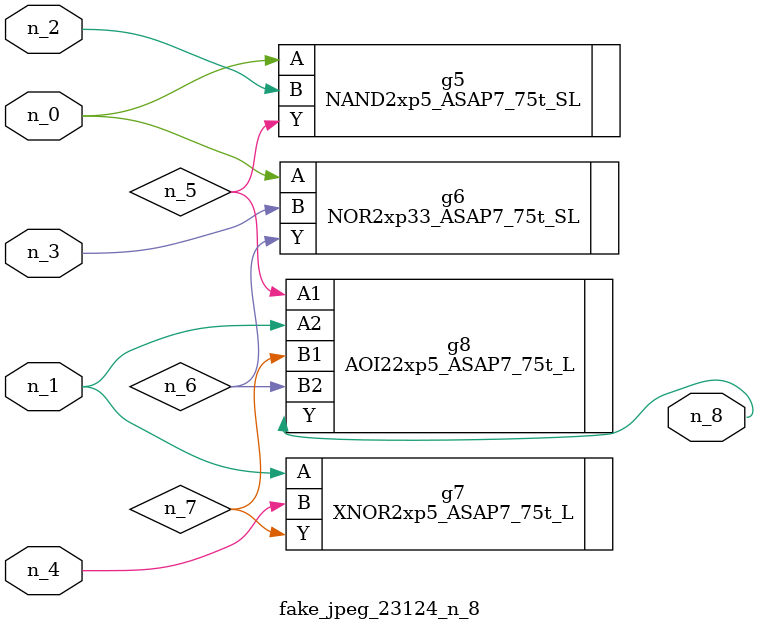
<source format=v>
module fake_jpeg_23124_n_8 (n_3, n_2, n_1, n_0, n_4, n_8);

input n_3;
input n_2;
input n_1;
input n_0;
input n_4;

output n_8;

wire n_6;
wire n_5;
wire n_7;

NAND2xp5_ASAP7_75t_SL g5 ( 
.A(n_0),
.B(n_2),
.Y(n_5)
);

NOR2xp33_ASAP7_75t_SL g6 ( 
.A(n_0),
.B(n_3),
.Y(n_6)
);

XNOR2xp5_ASAP7_75t_L g7 ( 
.A(n_1),
.B(n_4),
.Y(n_7)
);

AOI22xp5_ASAP7_75t_L g8 ( 
.A1(n_5),
.A2(n_1),
.B1(n_7),
.B2(n_6),
.Y(n_8)
);


endmodule
</source>
